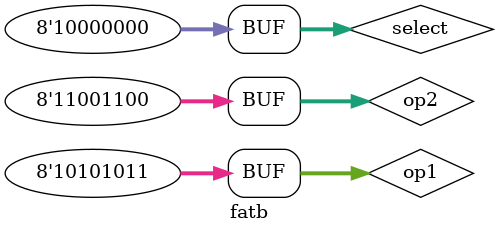
<source format=v>
module fatb();

    reg [7:0] op1,op2,select;
    wire [7:0] res;
    
    ALU m1(op1,op2,select,res);
    
    initial
    begin

        $dumpfile ("fatb.vcd");
        $dumpvars (0, fatb);

        op1 = 8'b10101011; op2 = 8'b11001100; select = 8'b00000010; #20;
        op1 = 8'b10101011; op2 = 8'b11001100; select = 8'b00000100; #20;
        op1 = 8'b10101011; op2 = 8'b11001100; select = 8'b00001000; #20;
        op1 = 8'b10101011; op2 = 8'b11001100; select = 8'b00010000; #20;
        op1 = 8'b10101011; op2 = 8'b11001100; select = 8'b00100000; #20;
        op1 = 8'b10101011; op2 = 8'b11001100; select = 8'b01000000; #20;
        op1 = 8'b10101011; op2 = 8'b11001100; select = 8'b10000000; #20;
        
        $display ("Test Completed");
    
    end
    
endmodule
</source>
